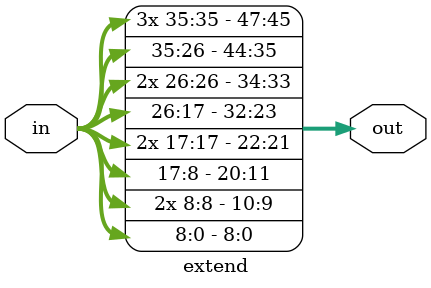
<source format=v>
module extend #(
    parameter INPUT_NUM    = 4,
              INPUT_WIDTH  = 9,
              EXTRA        = 3 
) (
    input [INPUT_NUM*INPUT_WIDTH-1:0]           in,
    output [INPUT_NUM*(INPUT_WIDTH+EXTRA)-1:0] out
);

    genvar i;
    generate
    for (i=0; i<INPUT_NUM; i=i+1) begin: EXTEND
        assign out[i*(INPUT_WIDTH+EXTRA)+:(INPUT_WIDTH+EXTRA)] 
            = {{EXTRA{in[(i+1)*INPUT_WIDTH-1]}}, in[i*INPUT_WIDTH+:INPUT_WIDTH]};
    end
    endgenerate

endmodule

</source>
